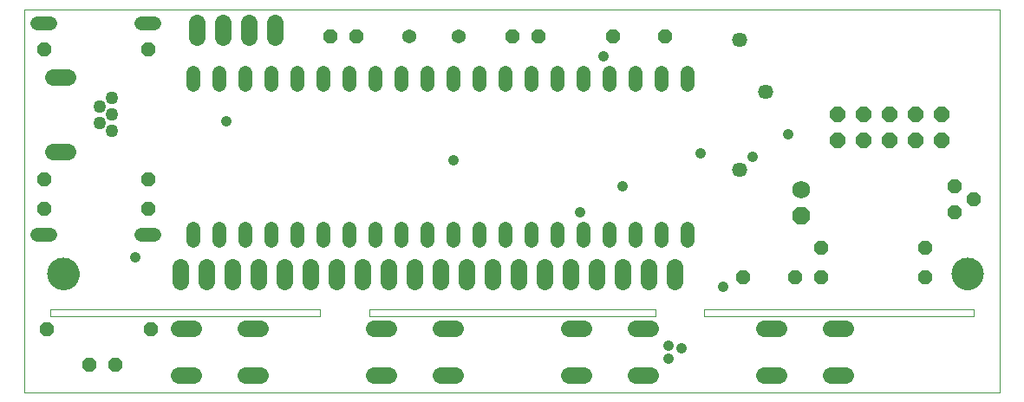
<source format=gts>
G75*
%MOIN*%
%OFA0B0*%
%FSLAX25Y25*%
%IPPOS*%
%LPD*%
%AMOC8*
5,1,8,0,0,1.08239X$1,22.5*
%
%ADD10C,0.00000*%
%ADD11C,0.12411*%
%ADD12C,0.05400*%
%ADD13OC8,0.05400*%
%ADD14OC8,0.06900*%
%ADD15C,0.06900*%
%ADD16C,0.06200*%
%ADD17C,0.05400*%
%ADD18C,0.05743*%
%ADD19OC8,0.05800*%
%ADD20C,0.04956*%
%ADD21C,0.04162*%
D10*
X0002038Y0001200D02*
X0002038Y0148650D01*
X0376959Y0148650D01*
X0376959Y0001200D01*
X0002038Y0001200D01*
X0012018Y0030550D02*
X0012018Y0033050D01*
X0115768Y0033050D01*
X0115768Y0030550D01*
X0012018Y0030550D01*
X0011112Y0046800D02*
X0011114Y0046953D01*
X0011120Y0047107D01*
X0011130Y0047260D01*
X0011144Y0047412D01*
X0011162Y0047565D01*
X0011184Y0047716D01*
X0011209Y0047867D01*
X0011239Y0048018D01*
X0011273Y0048168D01*
X0011310Y0048316D01*
X0011351Y0048464D01*
X0011396Y0048610D01*
X0011445Y0048756D01*
X0011498Y0048900D01*
X0011554Y0049042D01*
X0011614Y0049183D01*
X0011678Y0049323D01*
X0011745Y0049461D01*
X0011816Y0049597D01*
X0011891Y0049731D01*
X0011968Y0049863D01*
X0012050Y0049993D01*
X0012134Y0050121D01*
X0012222Y0050247D01*
X0012313Y0050370D01*
X0012407Y0050491D01*
X0012505Y0050609D01*
X0012605Y0050725D01*
X0012709Y0050838D01*
X0012815Y0050949D01*
X0012924Y0051057D01*
X0013036Y0051162D01*
X0013150Y0051263D01*
X0013268Y0051362D01*
X0013387Y0051458D01*
X0013509Y0051551D01*
X0013634Y0051640D01*
X0013761Y0051727D01*
X0013890Y0051809D01*
X0014021Y0051889D01*
X0014154Y0051965D01*
X0014289Y0052038D01*
X0014426Y0052107D01*
X0014565Y0052172D01*
X0014705Y0052234D01*
X0014847Y0052292D01*
X0014990Y0052347D01*
X0015135Y0052398D01*
X0015281Y0052445D01*
X0015428Y0052488D01*
X0015576Y0052527D01*
X0015725Y0052563D01*
X0015875Y0052594D01*
X0016026Y0052622D01*
X0016177Y0052646D01*
X0016330Y0052666D01*
X0016482Y0052682D01*
X0016635Y0052694D01*
X0016788Y0052702D01*
X0016941Y0052706D01*
X0017095Y0052706D01*
X0017248Y0052702D01*
X0017401Y0052694D01*
X0017554Y0052682D01*
X0017706Y0052666D01*
X0017859Y0052646D01*
X0018010Y0052622D01*
X0018161Y0052594D01*
X0018311Y0052563D01*
X0018460Y0052527D01*
X0018608Y0052488D01*
X0018755Y0052445D01*
X0018901Y0052398D01*
X0019046Y0052347D01*
X0019189Y0052292D01*
X0019331Y0052234D01*
X0019471Y0052172D01*
X0019610Y0052107D01*
X0019747Y0052038D01*
X0019882Y0051965D01*
X0020015Y0051889D01*
X0020146Y0051809D01*
X0020275Y0051727D01*
X0020402Y0051640D01*
X0020527Y0051551D01*
X0020649Y0051458D01*
X0020768Y0051362D01*
X0020886Y0051263D01*
X0021000Y0051162D01*
X0021112Y0051057D01*
X0021221Y0050949D01*
X0021327Y0050838D01*
X0021431Y0050725D01*
X0021531Y0050609D01*
X0021629Y0050491D01*
X0021723Y0050370D01*
X0021814Y0050247D01*
X0021902Y0050121D01*
X0021986Y0049993D01*
X0022068Y0049863D01*
X0022145Y0049731D01*
X0022220Y0049597D01*
X0022291Y0049461D01*
X0022358Y0049323D01*
X0022422Y0049183D01*
X0022482Y0049042D01*
X0022538Y0048900D01*
X0022591Y0048756D01*
X0022640Y0048610D01*
X0022685Y0048464D01*
X0022726Y0048316D01*
X0022763Y0048168D01*
X0022797Y0048018D01*
X0022827Y0047867D01*
X0022852Y0047716D01*
X0022874Y0047565D01*
X0022892Y0047412D01*
X0022906Y0047260D01*
X0022916Y0047107D01*
X0022922Y0046953D01*
X0022924Y0046800D01*
X0022922Y0046647D01*
X0022916Y0046493D01*
X0022906Y0046340D01*
X0022892Y0046188D01*
X0022874Y0046035D01*
X0022852Y0045884D01*
X0022827Y0045733D01*
X0022797Y0045582D01*
X0022763Y0045432D01*
X0022726Y0045284D01*
X0022685Y0045136D01*
X0022640Y0044990D01*
X0022591Y0044844D01*
X0022538Y0044700D01*
X0022482Y0044558D01*
X0022422Y0044417D01*
X0022358Y0044277D01*
X0022291Y0044139D01*
X0022220Y0044003D01*
X0022145Y0043869D01*
X0022068Y0043737D01*
X0021986Y0043607D01*
X0021902Y0043479D01*
X0021814Y0043353D01*
X0021723Y0043230D01*
X0021629Y0043109D01*
X0021531Y0042991D01*
X0021431Y0042875D01*
X0021327Y0042762D01*
X0021221Y0042651D01*
X0021112Y0042543D01*
X0021000Y0042438D01*
X0020886Y0042337D01*
X0020768Y0042238D01*
X0020649Y0042142D01*
X0020527Y0042049D01*
X0020402Y0041960D01*
X0020275Y0041873D01*
X0020146Y0041791D01*
X0020015Y0041711D01*
X0019882Y0041635D01*
X0019747Y0041562D01*
X0019610Y0041493D01*
X0019471Y0041428D01*
X0019331Y0041366D01*
X0019189Y0041308D01*
X0019046Y0041253D01*
X0018901Y0041202D01*
X0018755Y0041155D01*
X0018608Y0041112D01*
X0018460Y0041073D01*
X0018311Y0041037D01*
X0018161Y0041006D01*
X0018010Y0040978D01*
X0017859Y0040954D01*
X0017706Y0040934D01*
X0017554Y0040918D01*
X0017401Y0040906D01*
X0017248Y0040898D01*
X0017095Y0040894D01*
X0016941Y0040894D01*
X0016788Y0040898D01*
X0016635Y0040906D01*
X0016482Y0040918D01*
X0016330Y0040934D01*
X0016177Y0040954D01*
X0016026Y0040978D01*
X0015875Y0041006D01*
X0015725Y0041037D01*
X0015576Y0041073D01*
X0015428Y0041112D01*
X0015281Y0041155D01*
X0015135Y0041202D01*
X0014990Y0041253D01*
X0014847Y0041308D01*
X0014705Y0041366D01*
X0014565Y0041428D01*
X0014426Y0041493D01*
X0014289Y0041562D01*
X0014154Y0041635D01*
X0014021Y0041711D01*
X0013890Y0041791D01*
X0013761Y0041873D01*
X0013634Y0041960D01*
X0013509Y0042049D01*
X0013387Y0042142D01*
X0013268Y0042238D01*
X0013150Y0042337D01*
X0013036Y0042438D01*
X0012924Y0042543D01*
X0012815Y0042651D01*
X0012709Y0042762D01*
X0012605Y0042875D01*
X0012505Y0042991D01*
X0012407Y0043109D01*
X0012313Y0043230D01*
X0012222Y0043353D01*
X0012134Y0043479D01*
X0012050Y0043607D01*
X0011968Y0043737D01*
X0011891Y0043869D01*
X0011816Y0044003D01*
X0011745Y0044139D01*
X0011678Y0044277D01*
X0011614Y0044417D01*
X0011554Y0044558D01*
X0011498Y0044700D01*
X0011445Y0044844D01*
X0011396Y0044990D01*
X0011351Y0045136D01*
X0011310Y0045284D01*
X0011273Y0045432D01*
X0011239Y0045582D01*
X0011209Y0045733D01*
X0011184Y0045884D01*
X0011162Y0046035D01*
X0011144Y0046188D01*
X0011130Y0046340D01*
X0011120Y0046493D01*
X0011114Y0046647D01*
X0011112Y0046800D01*
X0134518Y0033050D02*
X0134518Y0030550D01*
X0244518Y0030550D01*
X0244518Y0033050D01*
X0134518Y0033050D01*
X0263268Y0033050D02*
X0263268Y0030550D01*
X0367018Y0030550D01*
X0367018Y0033050D01*
X0263268Y0033050D01*
X0358612Y0046800D02*
X0358614Y0046953D01*
X0358620Y0047107D01*
X0358630Y0047260D01*
X0358644Y0047412D01*
X0358662Y0047565D01*
X0358684Y0047716D01*
X0358709Y0047867D01*
X0358739Y0048018D01*
X0358773Y0048168D01*
X0358810Y0048316D01*
X0358851Y0048464D01*
X0358896Y0048610D01*
X0358945Y0048756D01*
X0358998Y0048900D01*
X0359054Y0049042D01*
X0359114Y0049183D01*
X0359178Y0049323D01*
X0359245Y0049461D01*
X0359316Y0049597D01*
X0359391Y0049731D01*
X0359468Y0049863D01*
X0359550Y0049993D01*
X0359634Y0050121D01*
X0359722Y0050247D01*
X0359813Y0050370D01*
X0359907Y0050491D01*
X0360005Y0050609D01*
X0360105Y0050725D01*
X0360209Y0050838D01*
X0360315Y0050949D01*
X0360424Y0051057D01*
X0360536Y0051162D01*
X0360650Y0051263D01*
X0360768Y0051362D01*
X0360887Y0051458D01*
X0361009Y0051551D01*
X0361134Y0051640D01*
X0361261Y0051727D01*
X0361390Y0051809D01*
X0361521Y0051889D01*
X0361654Y0051965D01*
X0361789Y0052038D01*
X0361926Y0052107D01*
X0362065Y0052172D01*
X0362205Y0052234D01*
X0362347Y0052292D01*
X0362490Y0052347D01*
X0362635Y0052398D01*
X0362781Y0052445D01*
X0362928Y0052488D01*
X0363076Y0052527D01*
X0363225Y0052563D01*
X0363375Y0052594D01*
X0363526Y0052622D01*
X0363677Y0052646D01*
X0363830Y0052666D01*
X0363982Y0052682D01*
X0364135Y0052694D01*
X0364288Y0052702D01*
X0364441Y0052706D01*
X0364595Y0052706D01*
X0364748Y0052702D01*
X0364901Y0052694D01*
X0365054Y0052682D01*
X0365206Y0052666D01*
X0365359Y0052646D01*
X0365510Y0052622D01*
X0365661Y0052594D01*
X0365811Y0052563D01*
X0365960Y0052527D01*
X0366108Y0052488D01*
X0366255Y0052445D01*
X0366401Y0052398D01*
X0366546Y0052347D01*
X0366689Y0052292D01*
X0366831Y0052234D01*
X0366971Y0052172D01*
X0367110Y0052107D01*
X0367247Y0052038D01*
X0367382Y0051965D01*
X0367515Y0051889D01*
X0367646Y0051809D01*
X0367775Y0051727D01*
X0367902Y0051640D01*
X0368027Y0051551D01*
X0368149Y0051458D01*
X0368268Y0051362D01*
X0368386Y0051263D01*
X0368500Y0051162D01*
X0368612Y0051057D01*
X0368721Y0050949D01*
X0368827Y0050838D01*
X0368931Y0050725D01*
X0369031Y0050609D01*
X0369129Y0050491D01*
X0369223Y0050370D01*
X0369314Y0050247D01*
X0369402Y0050121D01*
X0369486Y0049993D01*
X0369568Y0049863D01*
X0369645Y0049731D01*
X0369720Y0049597D01*
X0369791Y0049461D01*
X0369858Y0049323D01*
X0369922Y0049183D01*
X0369982Y0049042D01*
X0370038Y0048900D01*
X0370091Y0048756D01*
X0370140Y0048610D01*
X0370185Y0048464D01*
X0370226Y0048316D01*
X0370263Y0048168D01*
X0370297Y0048018D01*
X0370327Y0047867D01*
X0370352Y0047716D01*
X0370374Y0047565D01*
X0370392Y0047412D01*
X0370406Y0047260D01*
X0370416Y0047107D01*
X0370422Y0046953D01*
X0370424Y0046800D01*
X0370422Y0046647D01*
X0370416Y0046493D01*
X0370406Y0046340D01*
X0370392Y0046188D01*
X0370374Y0046035D01*
X0370352Y0045884D01*
X0370327Y0045733D01*
X0370297Y0045582D01*
X0370263Y0045432D01*
X0370226Y0045284D01*
X0370185Y0045136D01*
X0370140Y0044990D01*
X0370091Y0044844D01*
X0370038Y0044700D01*
X0369982Y0044558D01*
X0369922Y0044417D01*
X0369858Y0044277D01*
X0369791Y0044139D01*
X0369720Y0044003D01*
X0369645Y0043869D01*
X0369568Y0043737D01*
X0369486Y0043607D01*
X0369402Y0043479D01*
X0369314Y0043353D01*
X0369223Y0043230D01*
X0369129Y0043109D01*
X0369031Y0042991D01*
X0368931Y0042875D01*
X0368827Y0042762D01*
X0368721Y0042651D01*
X0368612Y0042543D01*
X0368500Y0042438D01*
X0368386Y0042337D01*
X0368268Y0042238D01*
X0368149Y0042142D01*
X0368027Y0042049D01*
X0367902Y0041960D01*
X0367775Y0041873D01*
X0367646Y0041791D01*
X0367515Y0041711D01*
X0367382Y0041635D01*
X0367247Y0041562D01*
X0367110Y0041493D01*
X0366971Y0041428D01*
X0366831Y0041366D01*
X0366689Y0041308D01*
X0366546Y0041253D01*
X0366401Y0041202D01*
X0366255Y0041155D01*
X0366108Y0041112D01*
X0365960Y0041073D01*
X0365811Y0041037D01*
X0365661Y0041006D01*
X0365510Y0040978D01*
X0365359Y0040954D01*
X0365206Y0040934D01*
X0365054Y0040918D01*
X0364901Y0040906D01*
X0364748Y0040898D01*
X0364595Y0040894D01*
X0364441Y0040894D01*
X0364288Y0040898D01*
X0364135Y0040906D01*
X0363982Y0040918D01*
X0363830Y0040934D01*
X0363677Y0040954D01*
X0363526Y0040978D01*
X0363375Y0041006D01*
X0363225Y0041037D01*
X0363076Y0041073D01*
X0362928Y0041112D01*
X0362781Y0041155D01*
X0362635Y0041202D01*
X0362490Y0041253D01*
X0362347Y0041308D01*
X0362205Y0041366D01*
X0362065Y0041428D01*
X0361926Y0041493D01*
X0361789Y0041562D01*
X0361654Y0041635D01*
X0361521Y0041711D01*
X0361390Y0041791D01*
X0361261Y0041873D01*
X0361134Y0041960D01*
X0361009Y0042049D01*
X0360887Y0042142D01*
X0360768Y0042238D01*
X0360650Y0042337D01*
X0360536Y0042438D01*
X0360424Y0042543D01*
X0360315Y0042651D01*
X0360209Y0042762D01*
X0360105Y0042875D01*
X0360005Y0042991D01*
X0359907Y0043109D01*
X0359813Y0043230D01*
X0359722Y0043353D01*
X0359634Y0043479D01*
X0359550Y0043607D01*
X0359468Y0043737D01*
X0359391Y0043869D01*
X0359316Y0044003D01*
X0359245Y0044139D01*
X0359178Y0044277D01*
X0359114Y0044417D01*
X0359054Y0044558D01*
X0358998Y0044700D01*
X0358945Y0044844D01*
X0358896Y0044990D01*
X0358851Y0045136D01*
X0358810Y0045284D01*
X0358773Y0045432D01*
X0358739Y0045582D01*
X0358709Y0045733D01*
X0358684Y0045884D01*
X0358662Y0046035D01*
X0358644Y0046188D01*
X0358630Y0046340D01*
X0358620Y0046493D01*
X0358614Y0046647D01*
X0358612Y0046800D01*
D11*
X0364518Y0046800D03*
X0017018Y0046800D03*
D12*
X0150018Y0138050D03*
X0169018Y0138050D03*
D13*
X0189518Y0138050D03*
X0199518Y0138050D03*
X0228268Y0138050D03*
X0248268Y0138050D03*
X0129518Y0138050D03*
X0119518Y0138050D03*
X0049518Y0133050D03*
X0009518Y0133050D03*
X0009518Y0083050D03*
X0009518Y0071800D03*
X0049518Y0071800D03*
X0049518Y0083050D03*
X0050768Y0025550D03*
X0037018Y0011800D03*
X0027018Y0011800D03*
X0010768Y0025550D03*
X0278268Y0045550D03*
X0298268Y0045550D03*
X0308268Y0045550D03*
X0308268Y0056800D03*
X0348268Y0056800D03*
X0348268Y0045550D03*
X0359518Y0070550D03*
X0367018Y0075550D03*
X0359518Y0080550D03*
D14*
X0300768Y0069300D03*
D15*
X0300768Y0079300D03*
D16*
X0252018Y0049600D02*
X0252018Y0044000D01*
X0242018Y0044000D02*
X0242018Y0049600D01*
X0232018Y0049600D02*
X0232018Y0044000D01*
X0222018Y0044000D02*
X0222018Y0049600D01*
X0212018Y0049600D02*
X0212018Y0044000D01*
X0202018Y0044000D02*
X0202018Y0049600D01*
X0192018Y0049600D02*
X0192018Y0044000D01*
X0182018Y0044000D02*
X0182018Y0049600D01*
X0172018Y0049600D02*
X0172018Y0044000D01*
X0162018Y0044000D02*
X0162018Y0049600D01*
X0152018Y0049600D02*
X0152018Y0044000D01*
X0142018Y0044000D02*
X0142018Y0049600D01*
X0132018Y0049600D02*
X0132018Y0044000D01*
X0122018Y0044000D02*
X0122018Y0049600D01*
X0112018Y0049600D02*
X0112018Y0044000D01*
X0102018Y0044000D02*
X0102018Y0049600D01*
X0092018Y0049600D02*
X0092018Y0044000D01*
X0082018Y0044000D02*
X0082018Y0049600D01*
X0072018Y0049600D02*
X0072018Y0044000D01*
X0062018Y0044000D02*
X0062018Y0049600D01*
X0061418Y0025700D02*
X0067018Y0025700D01*
X0087018Y0025700D02*
X0092618Y0025700D01*
X0092618Y0007900D02*
X0087018Y0007900D01*
X0067018Y0007900D02*
X0061418Y0007900D01*
X0136418Y0007900D02*
X0142018Y0007900D01*
X0162018Y0007900D02*
X0167618Y0007900D01*
X0167618Y0025700D02*
X0162018Y0025700D01*
X0142018Y0025700D02*
X0136418Y0025700D01*
X0211418Y0025700D02*
X0217018Y0025700D01*
X0237018Y0025700D02*
X0242618Y0025700D01*
X0242618Y0007900D02*
X0237018Y0007900D01*
X0217018Y0007900D02*
X0211418Y0007900D01*
X0286418Y0007900D02*
X0292018Y0007900D01*
X0312018Y0007900D02*
X0317618Y0007900D01*
X0317618Y0025700D02*
X0312018Y0025700D01*
X0292018Y0025700D02*
X0286418Y0025700D01*
X0018558Y0093680D02*
X0012958Y0093680D01*
X0012958Y0122420D02*
X0018558Y0122420D01*
X0068268Y0137750D02*
X0068268Y0143350D01*
X0078268Y0143350D02*
X0078268Y0137750D01*
X0088268Y0137750D02*
X0088268Y0143350D01*
X0098268Y0143350D02*
X0098268Y0137750D01*
D17*
X0097018Y0124200D02*
X0097018Y0119400D01*
X0087018Y0119400D02*
X0087018Y0124200D01*
X0077018Y0124200D02*
X0077018Y0119400D01*
X0067018Y0119400D02*
X0067018Y0124200D01*
X0107018Y0124200D02*
X0107018Y0119400D01*
X0117018Y0119400D02*
X0117018Y0124200D01*
X0127018Y0124200D02*
X0127018Y0119400D01*
X0137018Y0119400D02*
X0137018Y0124200D01*
X0147018Y0124200D02*
X0147018Y0119400D01*
X0157018Y0119400D02*
X0157018Y0124200D01*
X0167018Y0124200D02*
X0167018Y0119400D01*
X0177018Y0119400D02*
X0177018Y0124200D01*
X0187018Y0124200D02*
X0187018Y0119400D01*
X0197018Y0119400D02*
X0197018Y0124200D01*
X0207018Y0124200D02*
X0207018Y0119400D01*
X0217018Y0119400D02*
X0217018Y0124200D01*
X0227018Y0124200D02*
X0227018Y0119400D01*
X0237018Y0119400D02*
X0237018Y0124200D01*
X0247018Y0124200D02*
X0247018Y0119400D01*
X0257018Y0119400D02*
X0257018Y0124200D01*
X0257018Y0064200D02*
X0257018Y0059400D01*
X0247018Y0059400D02*
X0247018Y0064200D01*
X0237018Y0064200D02*
X0237018Y0059400D01*
X0227018Y0059400D02*
X0227018Y0064200D01*
X0217018Y0064200D02*
X0217018Y0059400D01*
X0207018Y0059400D02*
X0207018Y0064200D01*
X0197018Y0064200D02*
X0197018Y0059400D01*
X0187018Y0059400D02*
X0187018Y0064200D01*
X0177018Y0064200D02*
X0177018Y0059400D01*
X0167018Y0059400D02*
X0167018Y0064200D01*
X0157018Y0064200D02*
X0157018Y0059400D01*
X0147018Y0059400D02*
X0147018Y0064200D01*
X0137018Y0064200D02*
X0137018Y0059400D01*
X0127018Y0059400D02*
X0127018Y0064200D01*
X0117018Y0064200D02*
X0117018Y0059400D01*
X0107018Y0059400D02*
X0107018Y0064200D01*
X0097018Y0064200D02*
X0097018Y0059400D01*
X0087018Y0059400D02*
X0087018Y0064200D01*
X0077018Y0064200D02*
X0077018Y0059400D01*
X0067018Y0059400D02*
X0067018Y0064200D01*
X0051918Y0061800D02*
X0047118Y0061800D01*
X0011918Y0061800D02*
X0007118Y0061800D01*
X0007118Y0143050D02*
X0011918Y0143050D01*
X0047118Y0143050D02*
X0051918Y0143050D01*
D18*
X0277018Y0136800D03*
X0287018Y0116800D03*
X0277018Y0086800D03*
D19*
X0314518Y0098050D03*
X0324518Y0098050D03*
X0334518Y0098050D03*
X0344518Y0098050D03*
X0354518Y0098050D03*
X0354518Y0108050D03*
X0344518Y0108050D03*
X0334518Y0108050D03*
X0324518Y0108050D03*
X0314518Y0108050D03*
D20*
X0035640Y0108050D03*
X0030916Y0104900D03*
X0035640Y0101751D03*
X0030916Y0111200D03*
X0035640Y0114349D03*
D21*
X0079518Y0105550D03*
X0167018Y0090550D03*
X0215768Y0070550D03*
X0232018Y0080550D03*
X0262018Y0093050D03*
X0282018Y0091800D03*
X0295768Y0100550D03*
X0224518Y0130550D03*
X0044518Y0053050D03*
X0249518Y0019300D03*
X0254518Y0018050D03*
X0249518Y0014300D03*
X0270768Y0041800D03*
M02*

</source>
